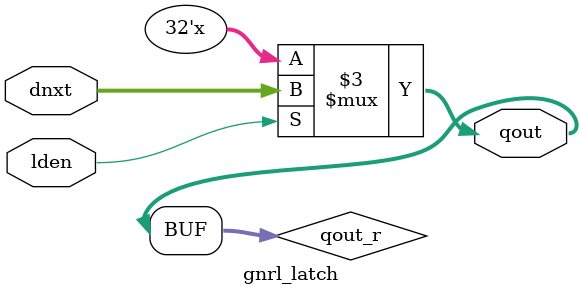
<source format=v>

module gnrl_dfflrd#(
    parameter   DW = 32
)
(   
    input                   clk     ,
    input                   rstn    ,
    input                   lden    ,
    input  [DW-1:0]         default_vlu ,
    input  [DW-1:0]         dnxt    ,
    output [DW-1:0]         qout    
);
    reg [DW-1:0]            qout_r  ;

    always @(posedge clk or negedge rstn) begin
        if(!rstn)
            qout_r <= default_vlu ;
        else if(lden == 1'b1)
            qout_r <= dnxt     ;
            //qout_r <= #1 dnxt     ;
        else
            qout_r <= default_vlu ;
    end

    assign qout = qout_r ;

    //check x
`ifndef  FPGA_SOURCE
`ifdef   ENABLE_SV_ASSERTION
    gnrl_xchecker #(.DW(1))
    u_gnrl_xchecker(
        .i_dat(lden),
        .clk(clk)
    );
`endif 
`endif

endmodule

// ===========================================================================
//1
// Description:
//  Verilog module gnrl DFF with Load-enable and Reset
//  Default reset value is 1
// ===========================================================================
module gnrl_dfflrs#(
    parameter   DW = 32
)
(   
    input                   clk     ,
    input                   rstn    ,
    input                   lden    ,
    input  [DW-1:0]         dnxt    ,
    output [DW-1:0]         qout    
);
    reg [DW-1:0]            qout_r  ;

    always @(posedge clk or negedge rstn) begin
        if(!rstn)
            qout_r <= {DW{1'b1}} ;
        else if(lden == 1'b1)
            qout_r <= dnxt    ;
            //qout_r <= #1 dnxt    ;
        else
            qout_r <= {DW{1'b1}} ;
    end

    assign qout = qout_r ;

    //check x
`ifndef  FPGA_SOURCE
`ifdef   ENABLE_SV_ASSERTION
    gnrl_xchecker #(.DW(1))
    u_gnrl_xchecker(
        .i_dat(lden),
        .clk(clk)
    );
`endif 
`endif

endmodule

// ===========================================================================
//2
// Description:
//  Verilog module gnrl DFF with Load-enable and Reset
//  Default reset value is 0
// ===========================================================================
module gnrl_dfflr#(
    parameter   DW = 32
)
(   
    input                   clk     ,
    input                   rstn    ,
    input                   lden    ,
    input  [DW-1:0]         dnxt    ,
    output [DW-1:0]         qout    
);
    reg [DW-1:0]            qout_r  ;

    always @(posedge clk or negedge rstn) begin
        if(!rstn)
            qout_r <= {DW{1'b0}} ;
        else if(lden == 1'b1)
            qout_r <= dnxt    ;
        else 
            qout_r <= {DW{1'b0}} ;
    end

    assign qout = qout_r ;

    //check x
`ifndef  FPGA_SOURCE
`ifdef   ENABLE_SV_ASSERTION
    gnrl_xchecker #(.DW(1))
    u_gnrl_xchecker(
        .i_dat(lden),
        .clk(clk)
    );
`endif 
`endif

endmodule
// ===========================================================================
//3
// Description:
//  Verilog module sirv_gnrl DFF with Load-enable, no reset 
// ===========================================================================
module gnrl_dffl#(
    parameter   DW = 32
)
(   
    input                   clk     ,
    input                   lden    ,
    input  [DW-1:0]         dnxt    ,
    output [DW-1:0]         qout    
);
    reg [DW-1:0]            qout_r  ;

    always @(posedge clk) begin
        if(lden == 1'b1)
            qout_r <= #1 dnxt    ;
    end

    assign qout = qout_r ;

    //check x
`ifndef  FPGA_SOURCE
`ifdef   ENABLE_SV_ASSERTION
    gnrl_xchecker #(.DW(1))
    u_gnrl_xchecker(
        .i_dat(lden),
        .clk(clk)
    );
`endif 
`endif

endmodule

// ===========================================================================
//4
// Description:
//  Verilog module sirv_gnrl DFF with Reset, no load-enable
//  Default reset value is 1
// ===========================================================================
module gnrl_dffrs#(
    parameter   DW = 32
)
(   
    input                   clk     ,
    input                   rstn    ,
    input                   lden    ,
    input  [DW-1:0]         dnxt    ,
    output [DW-1:0]         qout    
);
    reg [DW-1:0]            qout_r  ;

    always @(posedge clk or negedge rstn) begin
        if(!rstn)
            qout_r <= {DW{1'b1}} ;
        else 
            qout_r <= #1 dnxt    ;
    end

    assign qout = qout_r ;

endmodule

// ===========================================================================
//5
// Description:
//  Verilog module sirv_gnrl DFF with Reset, no load-enable
//  Default reset value is 0
// ===========================================================================
module gnrl_dffr#(
    parameter   DW = 32
)
(   
    input                   clk     ,
    input                   rstn    ,
    input  [DW-1:0]         dnxt    ,
    output [DW-1:0]         qout    
);
    reg [DW-1:0]            qout_r  ;

    always @(posedge clk or negedge rstn) begin
        if(!rstn)
            qout_r <= {DW{1'b0}} ;
        else 
            qout_r <= #1 dnxt    ;
    end

    assign qout = qout_r ;

endmodule
// ===========================================================================
//6 latch
// Description:
//  Verilog module for general latch 
// ===========================================================================
module gnrl_latch#(
    parameter   DW = 32
)
(   
    input                   lden    ,
    input  [DW-1:0]         dnxt    ,
    output [DW-1:0]         qout    
);
    reg [DW-1:0]            qout_r  ;

    always @(*) begin
        if(lden == 1'b1)
            qout_r <=  dnxt    ;
    end

    assign qout = qout_r ;


`ifndef FPGA_SOURCE//{
`ifdef  ENABLE_SV_ASSERTION//{
//synopsys translate_off
always_comb
begin
CHECK_THE_X_VALUE:
    assert (lden !== 1'bx) 
    else $fatal ("\n Error: Oops, detected a X value!!! This should never happen. \n");
end

//synopsys translate_on
`endif//}
`endif//}

endmodule
</source>
